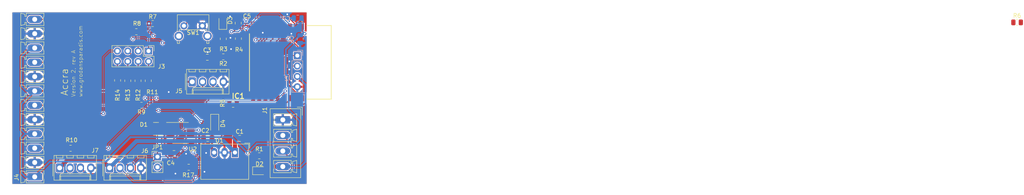
<source format=kicad_pcb>
(kicad_pcb (version 20211014) (generator pcbnew)
  (layers (0 "F.Cu" signal) (1 "In1.Cu" signal) (2 "In2.Cu" signal) (3 "In3.Cu" signal) (4 "In4.Cu" signal) (31 "B.Cu" signal) (34 "B.Paste" user) (35 "F.Paste" user) (36 "B.SilkS" user "B.Silkscreen") (37 "F.SilkS" user "F.Silkscreen") (38 "B.Mask" user) (39 "F.Mask" user) (44 "Edge.Cuts" user))
  (net 0 "")
  (net 1 "GND")
  (net 4 "+3V3")
  (net 5 "Net-(JP1-Pad2)")
  (net 6 "/D")
  (net 7 "/R")
  (net 10 "+28V")
  (net 11 "Net-(D2-Pad2)")
  (net 12 "Net-(D3-Pad2)")
  (net 13 "/USB_D-")
  (net 14 "/USB_D+")
  (net 15 "Net-(IC1-Pad16)")
  (net 16 "/config")
  (net 17 "/status")
  (net 18 "Net-(J3-Pad1)")
  (net 19 "Net-(J3-Pad2)")
  (net 20 "Net-(J3-Pad3)")
  (net 21 "Net-(J3-Pad4)")
  (net 22 "Net-(J3-Pad5)")
  (net 23 "Net-(J3-Pad6)")
  (net 24 "Net-(J3-Pad7)")
  (net 25 "Net-(J3-Pad8)")
  (net 26 "Net-(C5-Pad1)")
  (net 27 "CNT4")
  (net 28 "CNT3")
  (net 29 "CNT2")
  (net 30 "CNT1")
  (net 31 "/RXD")
  (net 32 "/TXD")
  (net 33 "/CANL")
  (net 34 "/CANH")
  (net 35 "Net-(C2-Pad1)")
  (footprint "Capacitor_SMD:C_0805_2012Metric" (layer "F.Cu") (at 160.2 95 180)
    (fp_text reference "C3")
    (fp_text value "0.1uF" hide)
  )
  (footprint "Resistor_SMD:R_0805_2012Metric" (layer "F.Cu") (at 145.75 100.75 -90)
    (fp_text reference "R11")
    (fp_text value "10K" hide)
  )
  (footprint "Connector_Phoenix_MC:PhoenixContact_MCV_1,5_4-G-3.81_1x04_P3.81mm_Vertical" (layer "F.Cu") (at 178.6575 110.3025 -90)
    (fp_text reference "J1")
    (fp_text value "Conn_01x04_Male" hide)
  )
  (footprint "ESP32_C3:ESP32C3WROOM02H4" (layer "F.Cu") (at 170.5 86.75 -90)
    (fp_text reference "IC1")
    (fp_text value "ESP32-C3-WROOM-02-H4" hide)
  )
  (footprint "Capacitor_SMD:C_0805_2012Metric" (layer "F.Cu") (at 167.75 86.65 90)
    (fp_text reference "C5")
    (fp_text value "1uF" hide)
  )
  (footprint "Converter_DCDC:Converter_DCDC_RECOM_R-78E-0.5_THT" (layer "F.Cu") (at 166.947 118.2925 180)
    (fp_text reference "U1")
    (fp_text value "R-78C3.3-1.0" hide)
  )
  (footprint "LED_SMD:LED_0805_2012Metric" (layer "F.Cu") (at 172.95 122.75)
    (fp_text reference "D2")
    (fp_text value "PWR")
  )
  (footprint "Resistor_SMD:R_0805_2012Metric" (layer "F.Cu") (at 358.205 86.475)
    (fp_text reference "R6")
    (fp_text value "10K")
  )
  (footprint "Connector_Phoenix_MC:PhoenixContact_MCV_1,5_12-G-3.5_1x12_P3.50mm_Vertical" (layer "F.Cu") (at 117.985 124.2325 90)
    (fp_text reference "J4")
    (fp_text value "Conn_01x12_Male" hide)
  )
  (footprint "Resistor_SMD:R_0805_2012Metric" (layer "F.Cu") (at 146.8375 86.75)
    (fp_text reference "R7")
    (fp_text value "22")
  )
  (footprint "Package_TO_SOT_SMD:SOT-23" (layer "F.Cu") (at 147.65 112.5 180)
    (fp_text reference "D1")
    (fp_text value "NUP2105L" hide)
  )
  (footprint "Resistor_SMD:R_0805_2012Metric" (layer "F.Cu") (at 144.0875 106.75 180)
    (fp_text reference "R9")
    (fp_text value "22")
  )
  (footprint "Resistor_SMD:R_0805_2012Metric" (layer "F.Cu") (at 164.1 94.9 180)
    (fp_text reference "R2")
    (fp_text value "10K" hide)
  )
  (footprint "LED_SMD:LED_0805_2012Metric" (layer "F.Cu") (at 164 86.5 90)
    (fp_text reference "D3")
    (fp_text value "Status")
  )
  (footprint "Capacitor_SMD:C_0805_2012Metric" (layer "F.Cu") (at 152.05 118.55)
    (fp_text reference "C4")
    (fp_text value "0.1uF" hide)
  )
  (footprint "Resistor_SMD:R_0805_2012Metric" (layer "F.Cu") (at 143.25 100.75 -90)
    (fp_text reference "R12")
    (fp_text value "10K" hide)
  )
  (footprint "Connector_Molex:Molex_KK-254_AE-6410-04A_1x04_P2.54mm_Vertical" (layer "F.Cu") (at 156.5 101)
    (fp_text reference "J5")
    (fp_text value "Conn_01x04" hide)
  )
  (footprint "Button_Switch_THT:SW_Tactile_SPST_Angled_PTS645Vx31-2LFS" (layer "F.Cu") (at 154.475 87.3125)
    (fp_text reference "SW1")
    (fp_text value "ALPS SKHH" hide)
  )
  (footprint "Package_SO:SOIC-8_3.9x4.9mm_P1.27mm" (layer "F.Cu") (at 153.65 113.5)
    (fp_text reference "U2")
    (fp_text value "SN65HVD232" hide)
  )
  (footprint "Capacitor_SMD:C_0805_2012Metric_Pad1.18x1.45mm_HandSolder" (layer "F.Cu") (at 160.3 114.85 180)
    (fp_text reference "C2")
    (fp_text value "10uF" hide)
  )
  (footprint "Resistor_SMD:R_0805_2012Metric" (layer "F.Cu") (at 166.5 106.5 180)
    (fp_text reference "R5")
    (fp_text value "10K" hide)
  )
  (footprint "Connector_PinHeader_2.54mm:PinHeader_2x04_P2.54mm_Vertical" (layer "F.Cu") (at 145.825 93.475 -90)
    (fp_text reference "J3")
    (fp_text value "Conn_02x04_Counter_Clockwise" hide)
  )
  (footprint "Resistor_SMD:R_0805_2012Metric" (layer "F.Cu") (at 142.8375 88.75 180)
    (fp_text reference "R8")
    (fp_text value "22")
  )
  (footprint "Resistor_SMD:R_0805_2012Metric" (layer "F.Cu") (at 138.25 100.6625 -90)
    (fp_text reference "R14")
    (fp_text value "10K" hide)
  )
  (footprint "Connector_Molex:Molex_KK-254_AE-6410-04A_1x04_P2.54mm_Vertical" (layer "F.Cu") (at 124.09 122.05)
    (fp_text reference "J7")
    (fp_text value "Conn_01x04" hide)
  )
  (footprint "Diode_SMD:D_SOD-123" (layer "F.Cu") (at 162 111.2 -90)
    (fp_text reference "D4")
    (fp_text value "1N5819" hide)
  )
  (footprint "Resistor_SMD:R_0805_2012Metric" (layer "F.Cu") (at 155.65 121.9)
    (fp_text reference "R17")
    (fp_text value "120" hide)
  )
  (footprint "Connector_PinHeader_2.54mm:PinHeader_1x02_P2.54mm_Vertical" (layer "F.Cu") (at 148 119.325)
    (fp_text reference "JP1")
    (fp_text value "Termination")
  )
  (footprint "Resistor_SMD:R_0805_2012Metric" (layer "F.Cu") (at 172.9 119.1)
    (fp_text reference "R1")
    (fp_text value "10K" hide)
  )
  (footprint "Capacitor_SMD:C_0805_2012Metric_Pad1.18x1.45mm_HandSolder" (layer "F.Cu") (at 168.1 114.85)
    (fp_text reference "C1")
    (fp_text value "22uF")
  )
  (footprint "Resistor_SMD:R_0805_2012Metric" (layer "F.Cu") (at 167.8 90.45 90)
    (fp_text reference "R4")
    (fp_text value "10K" hide)
  )
  (footprint "Connector_Molex:Molex_KK-254_AE-6410-04A_1x04_P2.54mm_Vertical" (layer "F.Cu") (at 136.3 122.05)
    (fp_text reference "J6")
    (fp_text value "Conn_01x04" hide)
  )
  (footprint "Resistor_SMD:R_0805_2012Metric" (layer "F.Cu") (at 140.75 100.75 -90)
    (fp_text reference "R13")
    (fp_text value "10K" hide)
  )
  (footprint "Resistor_SMD:R_0805_2012Metric" (layer "F.Cu") (at 164.1 90.5 90)
    (fp_text reference "R3")
    (fp_text value "10K" hide)
  )
  (footprint "Resistor_SMD:R_0805_2012Metric" (layer "F.Cu") (at 126.75 117.25 180)
    (fp_text reference "R10")
    (fp_text value "22" hide)
  )
  (footprint "Connector_PinHeader_2.54mm:PinHeader_1x04_P2.54mm_Vertical" (layer "B.Cu") (at 182.2 94.6 180)
    (fp_text reference "J2")
    (fp_text value "Conn_01x04_Male")
  )
  (footprint "Capacitor_SMD:C_0805_2012Metric" (layer "B.Cu") (at 182.9 90.55 -90)
    (fp_text reference "C6")
    (fp_text value "10uF" hide)
  )
  (footprint "Capacitor_SMD:C_0805_2012Metric" (layer "B.Cu") (at 182.3 85.45 180)
    (fp_text reference "C7")
    (fp_text value "0.1uF" hide)
  )
  (gr_line (start 184.5011 126.0036) (end 112.5011 126.0036) (layer "Edge.Cuts") (width 0.05))
  (gr_line (start 112.5011 126.0036) (end 112.5011 84.0036) (layer "Edge.Cuts") (width 0.05))
  (gr_line (start 184.5011 84.0036) (end 184.5011 126.0036) (layer "Edge.Cuts") (width 0.05))
  (gr_line (start 112.5011 84.0036) (end 184.5011 84.0036) (layer "Edge.Cuts") (width 0.05))
  (gr_text "Accra" (at 126.25 104.5 90) (layer "F.SilkS") (effects (font (size 1.63576 1.63576) (thickness 0.14224)) (justify left bottom)))
  (gr_text "www.grodansparadis.com" (at 129.75 104.75 90) (layer "F.SilkS") (effects (font (size 0.93472 0.93472) (thickness 0.08128)) (justify left bottom)))
  (gr_text "Version 2, rev A" (at 128 104.75 90) (layer "F.SilkS") (effects (font (size 0.93472 0.93472) (thickness 0.08128)) (justify left bottom)))
  (segment (start 159.25 95) (end 159.25 94.75) (width 0.25) (layer "F.Cu") (net 1))
  (segment (start 159.25 94.75) (end 160.25 93.75) (width 0.25) (layer "F.Cu") (net 1))
  (via (at 159.5 123) (size 0.8) (drill 0.4) (layers "F.Cu" "B.Cu") (net 1))
  (via (at 173.75 89) (size 0.8) (drill 0.4) (layers "F.Cu" "B.Cu") (net 1))
  (via (at 179.75 84.5) (size 0.8) (drill 0.4) (layers "F.Cu" "B.Cu") (net 1))
  (via (at 155 118.6) (size 0.8) (drill 0.4) (layers "F.Cu" "B.Cu") (net 1))
  (via (at 180.75 100.75) (size 0.8) (drill 0.4) (layers "F.Cu" "B.Cu") (net 1))
  (via (at 159.9 118.4) (size 0.8) (drill 0.4) (layers "F.Cu" "B.Cu") (net 1))
  (via (at 160.25 93.75) (size 0.8) (drill 0.4) (layers "F.Cu" "B.Cu") (net 1))
  (via (at 180.25 98) (size 0.8) (drill 0.4) (layers "F.Cu" "B.Cu") (net 1))
  (via (at 180.75 89.25) (size 0.8) (drill 0.4) (layers "F.Cu" "B.Cu") (net 1))
  (via (at 165.75 85) (size 0.8) (drill 0.4) (layers "F.Cu" "B.Cu") (net 1))
  (via (at 166 93) (size 0.8) (drill 0.4) (layers "F.Cu" "B.Cu") (net 1))
  (via (at 152.4 123.45) (size 0.8) (drill 0.4) (layers "F.Cu" "B.Cu") (net 1))
  (via (at 180.25 96) (size 0.8) (drill 0.4) (layers "F.Cu" "B.Cu") (net 1))
  (via (at 150.75 103.5) (size 0.8) (drill 0.4) (layers "F.Cu" "B.Cu") (net 1))
  (via (at 165.85 90.25) (size 0.8) (drill 0.4) (layers "F.Cu" "B.Cu") (net 1))
  (segment (start 169.75 90.944565) (end 169.75 88.1) (width 0.25) (layer "F.Cu") (net 4))
  (segment (start 166.77048 90.56702) (end 166.77048 91.865045) (width 0.25) (layer "F.Cu") (net 4))
  (segment (start 138.25 101.575) (end 136.5925 103.2325) (width 0.5) (layer "F.Cu") (net 4))
  (segment (start 151.1 118.55) (end 152.27952 119.72952) (width 0.5) (layer "F.Cu") (net 4))
  (segment (start 158.904511 113.153951) (end 158.904511 110.904511) (width 0.5) (layer "F.Cu") (net 4))
  (segment (start 162.5375 109.55) (end 165.5875 106.5) (width 0.5) (layer "F.Cu") (net 4))
  (segment (start 169.75 88.1) (end 169.65 88) (width 0.25) (layer "F.Cu") (net 4))
  (segment (start 136.5925 103.2325) (end 117.985 103.2325) (width 0.5) (layer "F.Cu") (net 4))
  (segment (start 143.6625 101.6625) (end 146.479511 104.479511) (width 0.5) (layer "F.Cu") (net 4))
  (segment (start 151.175 114.135) (end 150.791857 114.135) (width 0.25) (layer "F.Cu") (net 4))
  (segment (start 146.5 108) (end 146.479511 108.020489) (width 0.25) (layer "F.Cu") (net 4))
  (segment (start 167.109955 92.20452) (end 168.490045 92.20452) (width 0.25) (layer "F.Cu") (net 4))
  (segment (start 167.077717 92.172283) (end 167.109955 92.20452) (width 0.25) (layer "F.Cu") (net 4))
  (segment (start 150.61508 114.135) (end 151.175 114.135) (width 0.5) (layer "F.Cu") (net 4))
  (segment (start 146.479511 104.479511) (end 146.479511 108.020489) (width 0.5) (layer "F.Cu") (net 4))
  (segment (start 140.75 101.6625) (end 138.3375 101.6625) (width 0.5) (layer "F.Cu") (net 4))
  (segment (start 167.8 89.5375) (end 166.77048 90.56702) (width 0.25) (layer "F.Cu") (net 4))
  (segment (start 164.1 91.4125) (end 165.925 91.4125) (width 0.25) (layer "F.Cu") (net 4))
  (segment (start 151.1 118.55) (end 149.74548 117.19548) (width 0.5) (layer "F.Cu") (net 4))
  (segment (start 166.77048 91.865045) (end 167.077717 92.172283) (width 0.25) (layer "F.Cu") (net 4))
  (segment (start 156.857781 119.72952) (end 158.22048 118.366821) (width 0.5) (layer "F.Cu") (net 4))
  (segment (start 152.27952 119.72952) (end 156.857781 119.72952) (width 0.5) (layer "F.Cu") (net 4))
  (segment (start 143.25 101.6625) (end 145.75 101.6625) (width 0.5) (layer "F.Cu") (net 4))
  (segment (start 149.74548 117.19548) (end 149.74548 115.0046) (width 0.5) (layer "F.Cu") (net 4))
  (segment (start 160.85 110.7) (end 162 109.55) (width 0.5) (layer "F.Cu") (net 4))
  (segment (start 156.5 101) (end 146.4125 101) (width 0.5) (layer "F.Cu") (net 4))
  (segment (start 171.2875 118.4) (end 171.9875 119.1) (width 0.25) (layer "F.Cu") (net 4))
  (segment (start 148.25 108) (end 146.5 108) (width 0.25) (layer "F.Cu") (net 4))
  (segment (start 165.925 91.4125) (end 167.8 89.5375) (width 0.25) (layer "F.Cu") (net 4))
  (segment (start 138.3375 101.6625) (end 138.25 101.575) (width 0.25) (layer "F.Cu") (net 4))
  (segment (start 146.4125 101) (end 145.75 101.6625) (width 0.5) (layer "F.Cu") (net 4))
  (segment (start 149.74548 115.0046) (end 150.61508 114.135) (width 0.5) (layer "F.Cu") (net 4))
  (segment (start 168.490045 92.20452) (end 169.75 90.944565) (width 0.25) (layer "F.Cu") (net 4))
  (segment (start 158.904511 110.904511) (end 158.7 110.7) (width 0.5) (layer "F.Cu") (net 4))
  (segment (start 183.4 87.5) (end 183.4 87.65) (width 0.25) (layer "F.Cu") (net 4))
  (segment (start 183.4 87.65) (end 183.4 88.65) (width 0.25) (layer "F.Cu") (net 4))
  (segment (start 183.4 88.65) (end 184 89.25) (width 0.25) (layer "F.Cu") (net 4))
  (segment (start 170.05 118.4) (end 171.2875 118.4) (width 0.25) (layer "F.Cu") (net 4))
  (segment (start 143.25 101.6625) (end 143.6625 101.6625) (width 0.25) (layer "F.Cu") (net 4))
  (segment (start 158.22048 113.837982) (end 158.904511 113.153951) (width 0.5) (layer "F.Cu") (net 4))
  (segment (start 158.7 110.7) (end 160.85 110.7) (width 0.5) (layer "F.Cu") (net 4))
  (segment (start 162 109.55) (end 162.5375 109.55) (width 0.5) (layer "F.Cu") (net 4))
  (segment (start 158.22048 118.366821) (end 158.22048 113.837982) (width 0.5) (layer "F.Cu") (net 4))
  (via (at 169.65 88) (size 0.8) (drill 0.4) (layers "F.Cu" "B.Cu") (net 4))
  (via (at 148.25 108) (size 0.8) (drill 0.4) (layers "F.Cu" "B.Cu") (net 4))
  (via (at 170.05 118.4) (size 0.8) (drill 0.4) (layers "F.Cu" "B.Cu") (net 4))
  (via (at 184 89.25) (size 0.8) (drill 0.4) (layers "F.Cu" "B.Cu") (net 4))
  (via (at 158.7 110.7) (size 0.8) (drill 0.4) (layers "F.Cu" "B.Cu") (net 4))
  (segment (start 183.65 85.85) (end 183.25 85.45) (width 0.25) (layer "B.Cu") (net 4))
  (segment (start 179.395489 99.104511) (end 179.395489 93.104511) (width 0.5) (layer "B.Cu") (net 4))
  (segment (start 166.19548 114.54548) (end 170.05 118.4) (width 0.5) (layer "B.Cu") (net 4))
  (segment (start 172.3 116.1) (end 182 116.1) (width 0.5) (layer "B.Cu") (net 4))
  (segment (start 114.75 114.715) (end 115.7325 113.7325) (width 0.5) (layer "B.Cu") (net 4))
  (segment (start 156 108) (end 148.25 108) (width 0.25) (layer "B.Cu") (net 4))
  (segment (start 116.0175 113.7325) (end 117.985 113.7325) (width 0.25) (layer "B.Cu") (net 4))
  (segment (start 183.25 89.25) (end 182.9 89.6) (width 0.25) (layer "B.Cu") (net 4))
  (segment (start 184 89.25) (end 183.25 89.25) (width 0.25) (layer "B.Cu") (net 4))
  (segment (start 114.75 102) (end 115.9825 103.2325) (width 0.5) (layer "B.Cu") (net 4))
  (segment (start 182.75 115.35) (end 182.75 110.540978) (width 0.5) (layer "B.Cu") (net 4))
  (segment (start 169.65 88) (end 173.25452 84.39548) (width 0.25) (layer "B.Cu") (net 4))
  (segment (start 177.74548 84.39548) (end 180.45 87.1) (width 0.25) (layer "B.Cu") (net 4))
  (segment (start 180.104511 107.895489) (end 180.104511 102.254511) (width 0.5) (layer "B.Cu") (net 4))
  (segment (start 114.75 94.86202) (end 114.75 102) (width 0.5) (layer "B.Cu") (net 4))
  (segment (start 114.75 112.75) (end 114.75 106.4675) (width 0.5) (layer "B.Cu") (net 4))
  (segment (start 115.7325 124.2325) (end 117.985 124.2325) (width 0.5) (layer "B.Cu") (net 4))
  (segment (start 183.65 88.85) (end 183.65 85.85) (width 0.25) (layer "B.Cu") (net 4))
  (segment (start 173.25452 84.39548) (end 177.74548 84.39548) (width 0.25) (layer "B.Cu") (net 4))
  (segment (start 116.87952 92.7325) (end 117.985 92.7325) (width 0.25) (layer "B.Cu") (net 4))
  (segment (start 182.75 110.540978) (end 180.104511 107.895489) (width 0.5) (layer "B.Cu") (net 4))
  (segment (start 141.40452 114.54548) (end 166.19548 114.54548) (width 0.5) (layer "B.Cu") (net 4))
  (segment (start 158.75 110.75) (end 156 108) (width 0.25) (layer "B.Cu") (net 4))
  (segment (start 180.104511 102.254511) (end 179.895489 102.045489) (width 0.5) (layer "B.Cu") (net 4))
  (segment (start 182.9 89.6) (end 183.65 88.85) (width 0.25) (layer "B.Cu") (net 4))
  (segment (start 115.7325 113.7325) (end 114.75 112.75) (width 0.5) (layer "B.Cu") (net 4))
  (segment (start 179.395489 93.104511) (end 182.9 89.6) (width 0.5) (layer "B.Cu") (net 4))
  (segment (start 114.75 123.25) (end 115.7325 124.2325) (width 0.5) (layer "B.Cu") (net 4))
  (segment (start 117.985 103.2325) (end 115.9825 103.2325) (width 0.5) (layer "B.Cu") (net 4))
  (segment (start 170.05 118.4) (end 172.3 116.15) (width 0.5) (layer "B.Cu") (net 4))
  (segment (start 114.75 94.86202) (end 116.87952 92.7325) (width 0.5) (layer "B.Cu") (net 4))
  (segment (start 179.895489 102.045489) (end 179.895489 99.604511) (width 0.5) (layer "B.Cu") (net 4))
  (segment (start 182 116.1) (end 182.75 115.35) (width 0.5) (layer "B.Cu") (net 4))
  (segment (start 121.71702 120.50048) (end 117.985 124.2325) (width 0.5) (layer "B.Cu") (net 4))
  (segment (start 121.71702 120.50048) (end 135.44952 120.50048) (width 0.5) (layer "B.Cu") (net 4))
  (segment (start 181.6 87.1) (end 183.25 85.45) (width 0.25) (layer "B.Cu") (net 4))
  (segment (start 179.895489 99.604511) (end 179.395489 99.104511) (width 0.5) (layer "B.Cu") (net 4))
  (segment (start 114.75 114.715) (end 114.75 123.25) (width 0.5) (layer "B.Cu") (net 4))
  (segment (start 172.3 116.15) (end 172.3 116.1) (width 0.5) (layer "B.Cu") (net 4))
  (segment (start 135.44952 120.50048) (end 141.40452 114.54548) (width 0.5) (layer "B.Cu") (net 4))
  (segment (start 117.985 113.7325) (end 115.7325 113.7325) (width 0.5) (layer "B.Cu") (net 4))
  (segment (start 180.45 87.1) (end 181.6 87.1) (width 0.25) (layer "B.Cu") (net 4))
  (segment (start 114.75 106.4675) (end 117.985 103.2325) (width 0.5) (layer "B.Cu") (net 4))
  (segment (start 154.7025 121.865) (end 148 121.865) (width 0.25) (layer "F.Cu") (net 5))
  (segment (start 154.7375 121.9) (end 154.7025 121.865) (width 0.25) (layer "F.Cu") (net 5))
  (segment (start 161.286171 120.8) (end 162.94652 119.139651) (width 0.25) (layer "F.Cu") (net 6))
  (segment (start 181.180489 98.319511) (end 182.688571 98.319511) (width 0.25) (layer "F.Cu") (net 6))
  (segment (start 170.65 107.25) (end 183.009022 107.25) (width 0.25) (layer "F.Cu") (net 6))
  (segment (start 149.050001 118.044565) (end 151.805435 120.8) (width 0.25) (layer "F.Cu") (net 6))
  (segment (start 172.9 87.5) (end 172.9 89.85) (width 0.25) (layer "F.Cu") (net 6))
  (segment (start 183.379511 97.628571) (end 183.379511 93.420489) (width 0.25) (layer "F.Cu") (net 6))
  (segment (start 183.009022 107.25) (end 184.179511 106.079511) (width 0.25) (layer "F.Cu") (net 6))
  (segment (start 179.796945 99.703055) (end 181.180489 98.319511) (width 0.25) (layer "F.Cu") (net 6))
  (segment (start 180.459022 90.5) (end 180 90.5) (width 0.25) (layer "F.Cu") (net 6))
  (segment (start 162.94652 119.139651) (end 162.94652 114.95348) (width 0.25) (layer "F.Cu") (net 6))
  (segment (start 150.791857 111.595) (end 149.87048 112.516377) (width 0.25) (layer "F.Cu") (net 6))
  (segment (start 149.05 114.85) (end 149.050001 118.044565) (width 0.25) (layer "F.Cu") (net 6))
  (segment (start 151.175 111.595) (end 150.791857 111.595) (width 0.25) (layer "F.Cu") (net 6))
  (segment (start 182.688571 98.319511) (end 183.379511 97.628571) (width 0.25) (layer "F.Cu") (net 6))
  (segment (start 179.796945 101.485027) (end 179.796945 99.703055) (width 0.25) (layer "F.Cu") (net 6))
  (segment (start 182.232407 103.920489) (end 179.796945 101.485027) (width 0.25) (layer "F.Cu") (net 6))
  (segment (start 172.9 89.85) (end 172 90.75) (width 0.25) (layer "F.Cu") (net 6))
  (segment (start 149.87048 114.02952) (end 149.05 114.85) (width 0.25) (layer "F.Cu") (net 6))
  (segment (start 183.379511 93.420489) (end 180.459022 90.5) (width 0.25) (layer "F.Cu") (net 6))
  (segment (start 184.179511 106.079511) (end 184.179511 103.920489) (width 0.25) (layer "F.Cu") (net 6))
  (segment (start 162.94652 114.95348) (end 170.65 107.25) (width 0.25) (layer "F.Cu") (net 6))
  (segment (start 149.87048 112.516377) (end 149.87048 114.02952) (width 0.25) (layer "F.Cu") (net 6))
  (segment (start 184.179511 103.920489) (end 182.232407 103.920489) (width 0.25) (layer "F.Cu") (net 6))
  (segment (start 151.805435 120.8) (end 161.286171 120.8) (width 0.25) (layer "F.Cu") (net 6))
  (via (at 180 90.5) (size 0.8) (drill 0.4) (layers "F.Cu" "B.Cu") (net 6))
  (via (at 172 90.75) (size 0.8) (drill 0.4) (layers "F.Cu" "B.Cu") (net 6))
  (segment (start 172 90.75) (end 179.75 90.75) (width 0.25) (layer "B.Cu") (net 6))
  (segment (start 179.75 90.75) (end 180 90.5) (width 0.25) (layer "B.Cu") (net 6))
  (segment (start 151.558143 115.405) (end 154.82048 112.142663) (width 0.25) (layer "F.Cu") (net 7))
  (segment (start 151.175 115.405) (end 151.558143 115.405) (width 0.25) (layer "F.Cu") (net 7))
  (segment (start 154.82048 112.142663) (end 154.82048 111.12952) (width 0.25) (layer "F.Cu") (net 7))
  (segment (start 154.82048 111.12952) (end 160.95 105) (width 0.25) (layer "F.Cu") (net 7))
  (segment (start 160.95 105) (end 171.4 105) (width 0.25) (layer "F.Cu") (net 7))
  (segment (start 175.65 113.8) (end 175.65 121.15) (width 1) (layer "F.Cu") (net 10))
  (segment (start 166.947 114.9655) (end 167.0625 114.85) (width 1) (layer "F.Cu") (net 10))
  (segment (start 125.88952 120.25048) (end 124.09 122.05) (width 1) (layer "F.Cu") (net 10))
  (segment (start 175.65 121.15) (end 176.2325 121.7325) (width 1) (layer "F.Cu") (net 10))
  (segment (start 168.25 112.85) (end 174.7 112.85) (width 1) (layer "F.Cu") (net 10))
  (segment (start 167.0625 114.0375) (end 168.25 112.85) (width 1) (layer "F.Cu") (net 10))
  (segment (start 176.2325 121.7325) (end 178.6575 121.7325) (width 1) (layer "F.Cu") (net 10))
  (segment (start 167.0625 114.85) (end 167.0625 114.0375) (width 1) (layer "F.Cu") (net 10))
  (segment (start 136.3 122.05) (end 134.50048 120.25048) (width 1) (layer "F.Cu") (net 10))
  (segment (start 174.7 112.85) (end 175.65 113.8) (width 1) (layer "F.Cu") (net 10))
  (segment (start 166.947 118.2925) (end 166.947 114.9655) (width 1) (layer "F.Cu") (net 10))
  (segment (start 134.50048 120.25048) (end 125.88952 120.25048) (width 1) (layer "F.Cu") (net 10))
  (segment (start 184.179511 101.659511) (end 184.179511 120.570489) (width 0.5) (layer "B.Cu") (net 10))
  (segment (start 182.2 99.68) (end 184.179511 101.659511) (width 0.5) (layer "B.Cu") (net 10))
  (segment (start 136.3 122.05) (end 142.85 115.5) (width 1) (layer "B.Cu") (net 10))
  (segment (start 184.179511 120.570489) (end 183.0175 121.7325) (width 0.5) (layer "B.Cu") (net 10))
  (segment (start 183.0175 121.7325) (end 178.6575 121.7325) (width 0.5) (layer "B.Cu") (net 10))
  (segment (start 164.1545 115.5) (end 166.947 118.2925) (width 1) (layer "B.Cu") (net 10))
  (segment (start 142.85 115.5) (end 164.1545 115.5) (width 1) (layer "B.Cu") (net 10))
  (segment (start 173.8125 119.1) (end 173.8125 122.675) (width 0.25) (layer "F.Cu") (net 11))
  (segment (start 173.8125 122.675) (end 173.8875 122.75) (width 0.25) (layer "F.Cu") (net 11))
  (segment (start 153.270489 86.782631) (end 155.15312 84.9) (width 0.25) (layer "F.Cu") (net 12))
  (segment (start 158.42048 95.72048) (end 158.42048 94.284955) (width 0.25) (layer "F.Cu") (net 12))
  (segment (start 155.15312 84.9) (end 163.3375 84.9) (width 0.25) (layer "F.Cu") (net 12))
  (segment (start 163.1875 94.9) (end 162.03298 96.05452) (width 0.25) (layer "F.Cu") (net 12))
  (segment (start 153.270489 87.897065) (end 153.270489 86.782631) (width 0.25) (layer "F.Cu") (net 12))
  (segment (start 162.7 88.80452) (end 159.75 85.85452) (width 0.25) (layer "F.Cu") (net 12))
  (segment (start 162.7 90.005435) (end 162.7 88.80452) (width 0.25) (layer "F.Cu") (net 12))
  (segment (start 162.03298 96.05452) (end 158.75452 96.05452) (width 0.25) (layer "F.Cu") (net 12))
  (segment (start 159.75 85.85452) (end 157.636417 85.85452) (width 0.25) (layer "F.Cu") (net 12))
  (segment (start 158.42048 94.284955) (end 162.7 90.005435) (width 0.25) (layer "F.Cu") (net 12))
  (segment (start 153.890435 88.517011) (end 153.270489 87.897065) (width 0.25) (layer "F.Cu") (net 12))
  (segment (start 157.636417 85.85452) (end 154.973926 88.517011) (width 0.25) (layer "F.Cu") (net 12))
  (segment (start 154.973926 88.517011) (end 153.890435 88.517011) (width 0.25) (layer "F.Cu") (net 12))
  (segment (start 163.3375 84.9) (end 164 85.5625) (width 0.25) (layer "F.Cu") (net 12))
  (segment (start 158.75452 96.05452) (end 158.42048 95.72048) (width 0.25) (layer "F.Cu") (net 12))
  (segment (start 178.954511 95.004511) (end 179.359022 94.6) (width 0.2) (layer "F.Cu") (net 13))
  (segment (start 176.854511 101.645489) (end 175.9 102.6) (width 0.2) (layer "F.Cu") (net 13))
  (segment (start 178.954511 101.645489) (end 176.854511 101.645489) (width 0.2) (layer "F.Cu") (net 13))
  (segment (start 175.9 102.6) (end 175.9 105) (width 0.2) (layer "F.Cu") (net 13))
  (segment (start 178.954511 101.645489) (end 178.954511 95.004511) (width 0.2) (layer "F.Cu") (net 13))
  (segment (start 179.359022 94.6) (end 182.2 94.6) (width 0.2) (layer "F.Cu") (net 13))
  (segment (start 179.122068 102.050009) (end 177.75 102.050009) (width 0.2) (layer "F.Cu") (net 14))
  (segment (start 179.619031 97.14) (end 179.359031 97.4) (width 0.2) (layer "F.Cu") (net 14))
  (segment (start 179.359031 97.4) (end 179.359031 101.813046) (width 0.2) (layer "F.Cu") (net 14))
  (segment (start 182.2 97.14) (end 179.619031 97.14) (width 0.2) (layer "F.Cu") (net 14))
  (segment (start 177.75 102.050009) (end 177.4 102.400009) (width 0.2) (layer "F.Cu") (net 14))
  (segment (start 179.359031 101.813046) (end 179.122068 102.050009) (width 0.2) (layer "F.Cu") (net 14))
  (segment (start 177.4 102.400009) (end 177.4 105) (width 0.2) (layer "F.Cu") (net 14))
  (segment (start 179.2 106.5) (end 167.4125 106.5) (width 0.25) (layer "F.Cu") (net 15))
  (segment (start 180.4 105) (end 180.4 105.3) (width 0.25) (layer "F.Cu") (net 15))
  (segment (start 180.4 105.3) (end 179.2 106.5) (width 0.25) (layer "F.Cu") (net 15))
  (segment (start 161.15 92.35) (end 163.9125 89.5875) (width 0.25) (layer "F.Cu") (net 16))
  (segment (start 170.640978 86.4) (end 174 86.4) (width 0.25) (layer "F.Cu") (net 16))
  (segment (start 166.91702 86.77048) (end 170.270498 86.77048) (width 0.25) (layer "F.Cu") (net 16))
  (segment (start 163.9125 89.5875) (end 164.1 89.5875) (width 0.25) (layer "F.Cu") (net 16))
  (segment (start 174 86.4) (end 174.4 86.8) (width 0.25) (layer "F.Cu") (net 16))
  (segment (start 170.270498 86.77048) (end 170.640978 86.4) (width 0.25) (layer "F.Cu") (net 16))
  (segment (start 154.475 87.3125) (end 156.3875 85.4) (width 0.25) (layer "F.Cu") (net 16))
  (segment (start 164.1 89.2) (end 164.1 89.5875) (width 0.25) (layer "F.Cu") (net 16))
  (segment (start 156.3875 85.4) (end 160.3 85.4) (width 0.25) (layer "F.Cu") (net 16))
  (segment (start 161.15 95) (end 161.15 92.35) (width 0.25) (layer "F.Cu") (net 16))
  (segment (start 160.3 85.4) (end 164.1 89.2) (width 0.25) (layer "F.Cu") (net 16))
  (segment (start 174.4 86.8) (end 174.4 87.5) (width 0.25) (layer "F.Cu") (net 16))
  (segment (start 164.1 89.5875) (end 166.91702 86.77048) (width 0.25) (layer "F.Cu") (net 16))
  (segment (start 175.9 87.5) (end 175.9 87.881685) (width 0.25) (layer "F.Cu") (net 17))
  (segment (start 175.9 87.6) (end 175.9 87.85) (width 0.25) (layer "F.Cu") (net 17))
  (segment (start 175.9 87.881685) (end 168.881685 94.9) (width 0.25) (layer "F.Cu") (net 17))
  (segment (start 175.9 87.5) (end 175.9 87.6) (width 0.25) (layer "F.Cu") (net 17))
  (segment (start 168.881685 94.9) (end 165.0125 94.9) (width 0.25) (layer "F.Cu") (net 17))
  (segment (start 143.7675 85.7325) (end 144.5 85) (width 0.25) (layer "F.Cu") (net 18))
  (segment (start 144.5 85) (end 146 85) (width 0.25) (layer "F.Cu") (net 18))
  (segment (start 145.825 88.675) (end 145.825 93.475) (width 0.25) (layer "F.Cu") (net 18))
  (segment (start 147.75 86.75) (end 145.825 88.675) (width 0.25) (layer "F.Cu") (net 18))
  (segment (start 117.985 85.7325) (end 143.7675 85.7325) (width 0.25) (layer "F.Cu") (net 18))
  (segment (start 146 85) (end 147.75 86.75) (width 0.25) (layer "F.Cu") (net 18))
  (segment (start 145.825 99.7625) (end 145.825 96.015) (width 0.25) (layer "F.Cu") (net 19))
  (segment (start 145.75 99.8375) (end 145.825 99.7625) (width 0.25) (layer "F.Cu") (net 19))
  (segment (start 143.75 88.75) (end 143.285 89.215) (width 0.25) (layer "F.Cu") (net 20))
  (segment (start 117.985 96.2325) (end 128.2675 96.2325) (width 0.25) (layer "F.Cu") (net 20))
  (segment (start 137.75 86.75) (end 141.75 86.75) (width 0.25) (layer "F.Cu") (net 20))
  (segment (start 128.2675 96.2325) (end 137.75 86.75) (width 0.25) (layer "F.Cu") (net 20))
  (segment (start 141.75 86.75) (end 143.75 88.75) (width 0.25) (layer "F.Cu") (net 20))
  (segment (start 143.285 89.215) (end 143.285 93.475) (width 0.25) (layer "F.Cu") (net 20))
  (segment (start 143.25 99.8375) (end 143.285 99.8025) (width 0.25) (layer "F.Cu") (net 21))
  (segment (start 143.285 99.8025) (end 143.285 96.015) (width 0.25) (layer "F.Cu") (net 21))
  (segment (start 140.8425 106.7325) (end 142 105.575) (width 0.25) (layer "F.Cu") (net 22))
  (segment (start 140.745 93.475) (end 142 94.73) (width 0.25) (layer "F.Cu") (net 22))
  (segment (start 142 105.575) (end 143.175 106.75) (width 0.25) (layer "F.Cu") (net 22))
  (segment (start 142 94.73) (end 142 105.575) (width 0.25) (layer "F.Cu") (net 22))
  (segment (start 117.985 106.7325) (end 140.8425 106.7325) (width 0.25) (layer "F.Cu") (net 22))
  (segment (start 140.745 99.8325) (end 140.745 96.015) (width 0.25) (layer "F.Cu") (net 23))
  (segment (start 140.75 99.8375) (end 140.745 99.8325) (width 0.25) (layer "F.Cu") (net 23))
  (segment (start 125.8375 117.25) (end 125.8375 114.6625) (width 0.25) (layer "F.Cu") (net 24))
  (segment (start 125.8375 114.6625) (end 131.75 108.75) (width 0.25) (layer "F.Cu") (net 24))
  (segment (start 131.75 108.75) (end 134.75 108.75) (width 0.25) (layer "F.Cu") (net 24))
  (segment (start 117.985 117.2325) (end 125.82 117.2325) (width 0.25) (layer "F.Cu") (net 24))
  (segment (start 125.82 117.2325) (end 125.8375 117.25) (width 0.25) (layer "F.Cu") (net 24))
  (via (at 134.75 108.75) (size 0.8) (drill 0.4) (layers "F.Cu" "B.Cu") (net 24))
  (segment (start 134.75 95) (end 136.275 93.475) (width 0.25) (layer "B.Cu") (net 24))
  (segment (start 134.75 108.75) (end 134.75 95) (width 0.25) (layer "B.Cu") (net 24))
  (segment (start 136.275 93.475) (end 138.205 93.475) (width 0.25) (layer "B.Cu") (net 24))
  (segment (start 138.205 99.705) (end 138.205 96.015) (width 0.25) (layer "F.Cu") (net 25))
  (segment (start 138.25 99.75) (end 138.205 99.705) (width 0.25) (layer "F.Cu") (net 25))
  (segment (start 167.75 87.6) (end 168.82952 88.67952) (width 0.25) (layer "F.Cu") (net 26))
  (segment (start 168.82952 90.33298) (end 167.8 91.3625) (width 0.25) (layer "F.Cu") (net 26))
  (segment (start 166.1 88.75) (end 166.6 88.75) (width 0.25) (layer "F.Cu") (net 26))
  (segment (start 180.159022 85.4) (end 170.05 85.4) (width 0.25) (layer "F.Cu") (net 26))
  (segment (start 166.6 88.75) (end 167.75 87.6) (width 0.25) (layer "F.Cu") (net 26))
  (segment (start 168.82952 88.67952) (end 168.82952 90.33298) (width 0.25) (layer "F.Cu") (net 26))
  (segment (start 170.05 85.4) (end 169.65 85.8) (width 0.25) (layer "F.Cu") (net 26))
  (segment (start 181.9 87.5) (end 181.9 87.140978) (width 0.25) (layer "F.Cu") (net 26))
  (segment (start 181.9 87.140978) (end 180.159022 85.4) (width 0.25) (layer "F.Cu") (net 26))
  (via (at 166.1 88.75) (size 0.8) (drill 0.4) (layers "F.Cu" "B.Cu") (net 26))
  (via (at 169.65 85.8) (size 0.8) (drill 0.4) (layers "F.Cu" "B.Cu") (net 26))
  (segment (start 167.8 88.75) (end 166.1 88.75) (width 0.25) (layer "B.Cu") (net 26))
  (segment (start 169.65 85.8) (end 169.65 86.9) (width 0.25) (layer "B.Cu") (net 26))
  (segment (start 169.65 86.9) (end 167.8 88.75) (width 0.25) (layer "B.Cu") (net 26))
  (segment (start 178.9 105) (end 178.9 103.85) (width 0.25) (layer "F.Cu") (net 27))
  (segment (start 178.9 103.85) (end 178.9 103.6) (width 0.25) (layer "F.Cu") (net 27))
  (segment (start 178.9 103.6) (end 179.25 103.25) (width 0.25) (layer "F.Cu") (net 27))
  (segment (start 136 117.25) (end 127.6625 117.25) (width 0.25) (layer "F.Cu") (net 27))
  (via (at 179.25 103.25) (size 0.8) (drill 0.4) (layers "F.Cu" "B.Cu") (net 27))
  (via (at 136 117.25) (size 0.8) (drill 0.4) (layers "F.Cu" "B.Cu") (net 27))
  (segment (start 179.25 103.25) (end 176.770489 105.729511) (width 0.25) (layer "B.Cu") (net 27))
  (segment (start 146.520489 105.729511) (end 136 116.25) (width 0.25) (layer "B.Cu") (net 27))
  (segment (start 176.770489 105.729511) (end 146.520489 105.729511) (width 0.25) (layer "B.Cu") (net 27))
  (segment (start 136 116.25) (end 136 117.25) (width 0.25) (layer "B.Cu") (net 27))
  (segment (start 157.69952 102.085045) (end 154.784565 105) (width 0.25) (layer "F.Cu") (net 28))
  (segment (start 154.784565 105) (end 147.75 105) (width 0.25) (layer "F.Cu") (net 28))
  (segment (start 157.69952 99.914955) (end 157.69952 102.085045) (width 0.25) (layer "F.Cu") (net 28))
  (segment (start 180.4 87.8) (end 176.2 92) (width 0.25) (layer "F.Cu") (net 28))
  (segment (start 160.196395 97.41808) (end 157.69952 99.914955) (width 0.25) (layer "F.Cu") (net 28))
  (segment (start 180.4 87.5) (end 180.4 87.8) (width 0.25) (layer "F.Cu") (net 28))
  (segment (start 176.2 92) (end 170.78192 97.41808) (width 0.25) (layer "F.Cu") (net 28))
  (segment (start 145 106.75) (end 145 105) (width 0.25) (layer "F.Cu") (net 28))
  (segment (start 170.78192 97.41808) (end 160.196395 97.41808) (width 0.25) (layer "F.Cu") (net 28))
  (via (at 147.75 105) (size 0.8) (drill 0.4) (layers "F.Cu" "B.Cu") (net 28))
  (via (at 145 105) (size 0.8) (drill 0.4) (layers "F.Cu" "B.Cu") (net 28))
  (segment (start 147.75 105) (end 145 105) (width 0.25) (layer "B.Cu") (net 28))
  (segment (start 150 91.5) (end 149.25 91.5) (width 0.25) (layer "F.Cu") (net 29))
  (segment (start 155.46356 96.96356) (end 150 91.5) (width 0.25) (layer "F.Cu") (net 29))
  (segment (start 142 90.5) (end 142 88.825) (width 0.25) (layer "F.Cu") (net 29))
  (segment (start 142 88.825) (end 141.925 88.75) (width 0.25) (layer "F.Cu") (net 29))
  (segment (start 169.73644 96.96356) (end 155.46356 96.96356) (width 0.25) (layer "F.Cu") (net 29))
  (segment (start 178.9 87.5) (end 178.9 87.8) (width 0.25) (layer "F.Cu") (net 29))
  (segment (start 178.9 87.8) (end 169.73644 96.96356) (width 0.25) (layer "F.Cu") (net 29))
  (via (at 149.25 91.5) (size 0.8) (drill 0.4) (layers "F.Cu" "B.Cu") (net 29))
  (via (at 142 90.5) (size 0.8) (drill 0.4) (layers "F.Cu" "B.Cu") (net 29))
  (segment (start 148.5 90.75) (end 149.25 91.5) (width 0.25) (layer "B.Cu") (net 29))
  (segment (start 145.5 90.75) (end 145 90.25) (width 0.25) (layer "B.Cu") (net 29))
  (segment (start 145.5 90.75) (end 148.5 90.75) (width 0.25) (layer "B.Cu") (net 29))
  (segment (start 145 90.25) (end 142.25 90.25) (width 0.25) (layer "B.Cu") (net 29))
  (segment (start 142.25 90.25) (end 142 90.5) (width 0.25) (layer "B.Cu") (net 29))
  (segment (start 157.50904 96.50904) (end 151 90) (width 0.25) (layer "F.Cu") (net 30))
  (segment (start 177.4 87.5) (end 177.4 87.8) (width 0.25) (layer "F.Cu") (net 30))
  (segment (start 168.69096 96.50904) (end 157.980616 96.50904) (width 0.25) (layer "F.Cu") (net 30))
  (segment (start 151 90) (end 150.75 89.75) (width 0.25) (layer "F.Cu") (net 30))
  (segment (start 177.4 87.8) (end 174.95 90.25) (width 0.25) (layer "F.Cu") (net 30))
  (segment (start 157.980616 96.50904) (end 157.50904 96.50904) (width 0.25) (layer "F.Cu") (net 30))
  (segment (start 150.75 89.75) (end 147 89.75) (width 0.25) (layer "F.Cu") (net 30))
  (segment (start 174.95 90.25) (end 168.69096 96.50904) (width 0.25) (layer "F.Cu") (net 30))
  (via (at 147 89.75) (size 0.8) (drill 0.4) (layers "F.Cu" "B.Cu") (net 30))
  (via (at 145.925 86.75) (size 0.8) (drill 0.4) (layers "F.Cu" "B.Cu") (net 30))
  (segment (start 147 89.75) (end 145.925 88.675) (width 0.25) (layer "B.Cu") (net 30))
  (segment (start 145.925 88.675) (end 145.925 86.75) (width 0.25) (layer "B.Cu") (net 30))
  (segment (start 172.9 105) (end 172.9 104.15) (width 0.25) (layer "F.Cu") (net 31))
  (segment (start 159.920489 103.920489) (end 159.04 103.04) (width 0.25) (layer "F.Cu") (net 31))
  (segment (start 172.670489 103.920489) (end 159.920489 103.920489) (width 0.25) (layer "F.Cu") (net 31))
  (segment (start 172.9 104.15) (end 172.670489 103.920489) (width 0.25) (layer "F.Cu") (net 31))
  (segment (start 159.04 103.04) (end 159.04 101) (width 0.25) (layer "F.Cu") (net 31))
  (segment (start 174.4 104.15) (end 173.715969 103.465969) (width 0.25) (layer "F.Cu") (net 32))
  (segment (start 161.58 103.295969) (end 161.58 101) (width 0.25) (layer "F.Cu") (net 32))
  (segment (start 161.75 103.465969) (end 161.58 103.295969) (width 0.25) (layer "F.Cu") (net 32))
  (segment (start 174.4 105) (end 174.4 104.15) (width 0.25) (layer "F.Cu") (net 32))
  (segment (start 173.715969 103.465969) (end 161.75 103.465969) (width 0.25) (layer "F.Cu") (net 32))
  (segment (start 181.24154 116.69654) (end 181.24154 122.430051) (width 0.25) (layer "F.Cu") (net 33))
  (segment (start 146.820489 122.353571) (end 146.820489 120.504511) (width 0.25) (layer "F.Cu") (net 33))
  (segment (start 138.02452 120.62548) (end 139.95548 120.62548) (width 0.25) (layer "F.Cu") (net 33))
  (segment (start 137.64048 122.994085) (end 137.64048 121.00952) (width 0.25) (layer "F.Cu") (net 33))
  (segment (start 148 114.0375) (end 148 119.325) (width 0.25) (layer "F.Cu") (net 33))
  (segment (start 137.160045 123.47452) (end 137.64048 122.994085) (width 0.25) (layer "F.Cu") (net 33))
  (segment (start 130.59452 123.47452) (end 137.160045 123.47452) (width 0.25) (layer "F.Cu") (net 33))
  (segment (start 155.741857 114.135) (end 154.75 115.126857) (width 0.25) (layer "F.Cu") (net 33))
  (segment (start 137.64048 121.00952) (end 138.02452 120.62548) (width 0.25) (layer "F.Cu") (net 33))
  (segment (start 149.716918 125.25) (end 146.820489 122.353571) (width 0.25) (layer "F.Cu") (net 33))
  (segment (start 146.820489 120.504511) (end 148 119.325) (width 0.25) (layer "F.Cu") (net 33))
  (segment (start 178.6575 114.1125) (end 181.24154 116.69654) (width 0.25) (layer "F.Cu") (net 33))
  (segment (start 148.5875 113.45) (end 148 114.0375) (width 0.25) (layer "F.Cu") (net 33))
  (segment (start 178.421591 125.25) (end 149.716918 125.25) (width 0.25) (layer "F.Cu") (net 33))
  (segment (start 156.125 114.135) (end 155.741857 114.135) (width 0.25) (layer "F.Cu") (net 33))
  (segment (start 129.17 122.05) (end 130.59452 123.47452) (width 0.25) (layer "F.Cu") (net 33))
  (segment (start 181.24154 122.430051) (end 178.421591 125.25) (width 0.25) (layer "F.Cu") (net 33))
  (segment (start 139.95548 120.62548) (end 141.38 122.05) (width 0.25) (layer "F.Cu") (net 33))
  (segment (start 154.75 115.126857) (end 154.75 117.25) (width 0.25) (layer "F.Cu") (net 33))
  (via (at 154.75 117.25) (size 0.8) (drill 0.4) (layers "F.Cu" "B.Cu") (net 33))
  (segment (start 152.675 119.325) (end 148 119.325) (width 0.25) (layer "B.Cu") (net 33))
  (segment (start 141.38 122.05) (end 141.38 121.52) (width 0.25) (layer "B.Cu") (net 33))
  (segment (start 143.575 119.325) (end 148 119.325) (width 0.25) (layer "B.Cu") (net 33))
  (segment (start 141.38 121.52) (end 143.575 119.325) (width 0.25) (layer "B.Cu") (net 33))
  (segment (start 154.75 117.25) (end 152.675 119.325) (width 0.25) (layer "B.Cu") (net 33))
  (segment (start 142.57952 121.328143) (end 142.57952 122.771857) (width 0.25) (layer "F.Cu") (net 34))
  (segment (start 126.63 122.05) (end 125.20548 123.47452) (width 0.25) (layer "F.Cu") (net 34))
  (segment (start 153.75 110.35) (end 153.8 110.4) (width 0.25) (layer "F.Cu") (net 34))
  (segment (start 176.288902 122.96202) (end 174.65452 121.327638) (width 0.25) (layer "F.Cu") (net 34))
  (segment (start 178.6575 117.9225) (end 180.78702 120.05202) (width 0.25) (layer "F.Cu") (net 34))
  (segment (start 122.89048 120.964955) (end 124.434475 119.42096) (width 0.25) (layer "F.Cu") (net 34))
  (segment (start 170.719565 121.9) (end 156.5625 121.9) (width 0.25) (layer "F.Cu") (net 34))
  (segment (start 122.89048 123.135045) (end 122.89048 120.964955) (width 0.25) (layer "F.Cu") (net 34))
  (segment (start 174.315045 118.07048) (end 173.309955 118.07048) (width 0.25) (layer "F.Cu") (net 34))
  (segment (start 174.65452 118.409955) (end 174.315045 118.07048) (width 0.25) (layer "F.Cu") (net 34))
  (segment (start 156.5625 123.6625) (end 156.5625 121.9) (width 0.25) (layer "F.Cu") (net 34))
  (segment (start 172.82952 119.790045) (end 170.719565 121.9) (width 0.25) (layer "F.Cu") (net 34))
  (segment (start 148.5875 111.55) (end 148.7 111.55) (width 0.25) (layer "F.Cu") (net 34))
  (segment (start 172.82952 118.550915) (end 172.82952 119.790045) (width 0.25) (layer "F.Cu") (net 34))
  (segment (start 158.05 112.8) (end 156.19 112.8) (width 0.25) (layer "F.Cu") (net 34))
  (segment (start 157.42952 117.42048) (end 156.7 118.15) (width 0.25) (layer "F.Cu") (net 34))
  (segment (start 142.57952 122.771857) (end 141.876857 123.47452) (width 0.25) (layer "F.Cu") (net 34))
  (segment (start 156.19 112.8) (end 156.125 112.865) (width 0.25) (layer "F.Cu") (net 34))
  (segment (start 149.45 110.8) (end 149.9 110.35) (width 0.25) (layer "F.Cu") (net 34))
  (segment (start 156.125 112.865) (end 156.508143 112.865) (width 0.25) (layer "F.Cu") (net 34))
  (segment (start 124.434475 119.42096) (end 140.672337 119.42096) (width 0.25) (layer "F.Cu") (net 34))
  (segment (start 157.42952 113.786377) (end 157.42952 117.42048) (width 0.25) (layer "F.Cu") (net 34))
  (segment (start 149.9 110.35) (end 153.75 110.35) (width 0.25) (layer "F.Cu") (net 34))
  (segment (start 156.508143 112.865) (end 157.42952 113.786377) (width 0.25) (layer "F.Cu") (net 34))
  (segment (start 141.876857 123.47452) (end 140.26452 123.47452) (width 0.25) (layer "F.Cu") (net 34))
  (segment (start 123.229955 123.47452) (end 122.89048 123.135045) (width 0.25) (layer "F.Cu") (net 34))
  (segment (start 140.672337 119.42096) (end 142.57952 121.328143) (width 0.25) (layer "F.Cu") (net 34))
  (segment (start 180.78702 122.241783) (end 180.066783 122.96202) (width 0.25) (layer "F.Cu") (net 34))
  (segment (start 173.309955 118.07048) (end 172.82952 118.550915) (width 0.25) (layer "F.Cu") (net 34))
  (segment (start 157.35 124.45) (end 156.5625 123.6625) (width 0.25) (layer "F.Cu") (net 34))
  (segment (start 180.78702 120.05202) (end 180.78702 122.241783) (width 0.25) (layer "F.Cu") (net 34))
  (segment (start 174.65452 121.327638) (end 174.65452 118.409955) (width 0.25) (layer "F.Cu") (net 34))
  (segment (start 180.066783 122.96202) (end 176.288902 122.96202) (width 0.25) (layer "F.Cu") (net 34))
  (segment (start 125.20548 123.47452) (end 123.229955 123.47452) (width 0.25) (layer "F.Cu") (net 34))
  (segment (start 140.26452 123.47452) (end 138.84 122.05) (width 0.25) (layer "F.Cu") (net 34))
  (segment (start 148.7 111.55) (end 149.45 110.8) (width 0.25) (layer "F.Cu") (net 34))
  (via (at 157.35 124.45) (size 0.8) (drill 0.4) (layers "F.Cu" "B.Cu") (net 34))
  (via (at 158.05 112.8) (size 0.8) (drill 0.4) (layers "F.Cu" "B.Cu") (net 34))
  (via (at 153.8 110.4) (size 0.8) (drill 0.4) (layers "F.Cu" "B.Cu") (net 34))
  (via (at 156.7 118.15) (size 0.8) (drill 0.4) (layers "F.Cu" "B.Cu") (net 34))
  (segment (start 154.5 112.8) (end 158.05 112.8) (width 0.25) (layer "B.Cu") (net 34))
  (segment (start 157.55 124.45) (end 157.35 124.45) (width 0.25) (layer "B.Cu") (net 34))
  (segment (start 158.3 119.75) (end 158.3 123.7) (width 0.25) (layer "B.Cu") (net 34))
  (segment (start 156.41597 125.38403) (end 157.35 124.45) (width 0.25) (layer "B.Cu") (net 34))
  (segment (start 142.17403 125.38403) (end 156.41597 125.38403) (width 0.25) (layer "B.Cu") (net 34))
  (segment (start 153.8 112.1) (end 154.5 112.8) (width 0.25) (layer "B.Cu") (net 34))
  (segment (start 158.3 123.7) (end 157.55 124.45) (width 0.25) (layer "B.Cu") (net 34))
  (segment (start 138.84 122.05) (end 142.17403 125.38403) (width 0.25) (layer "B.Cu") (net 34))
  (segment (start 153.8 110.4) (end 153.8 112.1) (width 0.25) (layer "B.Cu") (net 34))
  (segment (start 156.7 118.15) (end 158.3 119.75) (width 0.25) (layer "B.Cu") (net 34))
  (segment (start 161.3375 117.763) (end 161.545606 117.971106) (width 0.25) (layer "F.Cu") (net 35))
  (segment (start 161.3375 114.85) (end 161.3375 117.2625) (width 0.5) (layer "F.Cu") (net 35))
  (segment (start 161.3375 114.85) (end 161.3375 113.5125) (width 0.5) (layer "F.Cu") (net 35))
  (segment (start 161.3375 113.5125) (end 162 112.85) (width 0.5) (layer "F.Cu") (net 35))
  (segment (start 161.3375 117.763) (end 161.867 118.2925) (width 0.5) (layer "F.Cu") (net 35))
  (segment (start 161.3375 117.2625) (end 161.3375 117.763) (width 0.5) (layer "F.Cu") (net 35))
  (zone (net 1) (net_name "GND") (layer "F.Cu") (connect_pads (clearance 0)) (min_thickness 0.254) (fill yes (thermal_gap 0.508) (thermal_bridge_width 0.508))
    (polygon (pts (xy 186.75 128) (xy 110.75 128) (xy 111.75 82.75) (xy 185.75 82.5)))
  )
  (zone (net 1) (net_name "GND") (layer "B.Cu") (connect_pads (clearance 0)) (min_thickness 0.254) (fill yes (thermal_gap 0.508) (thermal_bridge_width 0.508))
    (polygon (pts (xy 188 127.5) (xy 109.5 128.75) (xy 109.75 81.5) (xy 187.25 81)))
  )
)
</source>
